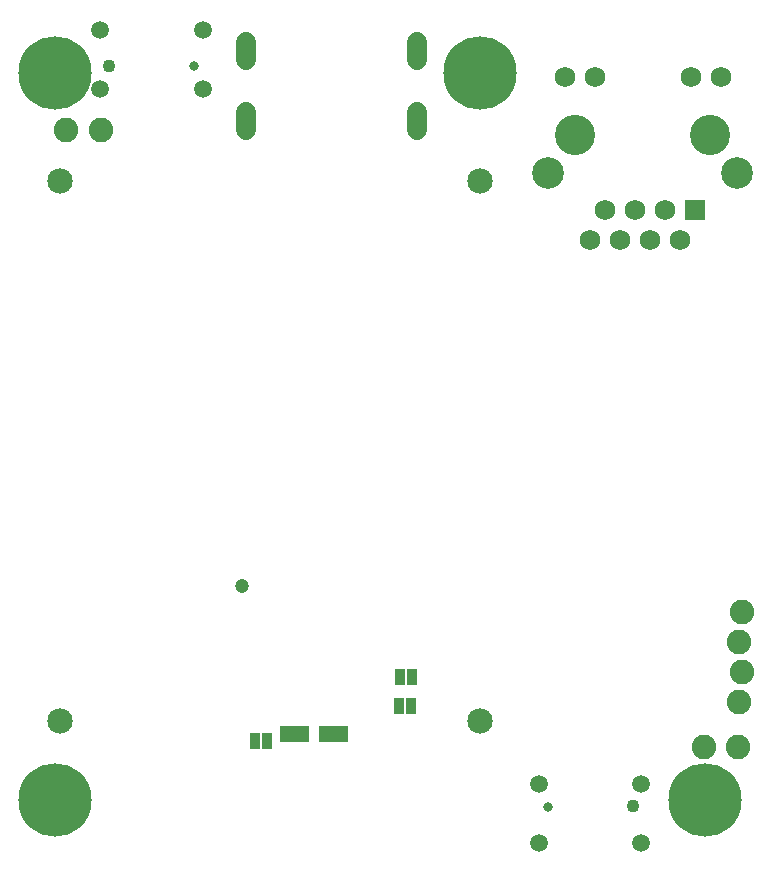
<source format=gbr>
G04 EAGLE Gerber RS-274X export*
G75*
%MOMM*%
%FSLAX34Y34*%
%LPD*%
%INSoldermask Bottom*%
%IPPOS*%
%AMOC8*
5,1,8,0,0,1.08239X$1,22.5*%
G01*
%ADD10C,2.153200*%
%ADD11R,1.727200X1.727200*%
%ADD12C,1.727200*%
%ADD13C,2.679700*%
%ADD14C,3.403600*%
%ADD15C,1.701800*%
%ADD16C,1.103200*%
%ADD17C,1.203200*%
%ADD18R,0.838200X1.473200*%
%ADD19C,1.511200*%
%ADD20C,0.803200*%
%ADD21C,2.082800*%
%ADD22C,6.203200*%


D10*
X405000Y578600D03*
X405000Y121400D03*
X49400Y121400D03*
X49400Y578600D03*
D11*
X587248Y554228D03*
D12*
X574548Y528828D03*
X561848Y554228D03*
X549148Y528828D03*
X536448Y554228D03*
X523748Y528828D03*
X511048Y554228D03*
X498348Y528828D03*
D13*
X622808Y585978D03*
X462788Y585978D03*
D12*
X476758Y666750D03*
X502158Y666750D03*
X608838Y666750D03*
X583438Y666750D03*
D14*
X599948Y617728D03*
X485648Y617728D03*
D15*
X351556Y681603D02*
X351556Y696589D01*
X206556Y696589D02*
X206556Y681603D01*
X206556Y636989D02*
X206556Y622003D01*
X351556Y622003D02*
X351556Y636989D01*
D16*
X351556Y621996D03*
X351556Y636996D03*
X351556Y626496D03*
X351556Y632496D03*
X351556Y681496D03*
X351556Y696496D03*
X351556Y685996D03*
X351556Y691996D03*
X206556Y621996D03*
X206556Y636996D03*
X206556Y626496D03*
X206556Y632496D03*
X206556Y681496D03*
X206556Y685996D03*
X206556Y696496D03*
X206556Y691996D03*
D17*
X203056Y236081D03*
D18*
X224560Y105000D03*
X214400Y105000D03*
D19*
X169900Y656650D03*
X83500Y656650D03*
X83500Y707150D03*
X169900Y707150D03*
D20*
X162700Y676650D03*
D16*
X90700Y676000D03*
D20*
X162700Y676650D03*
D19*
X454800Y68750D03*
X541200Y68750D03*
X541200Y18250D03*
X454800Y18250D03*
D20*
X462000Y48750D03*
D16*
X534000Y49400D03*
D20*
X462000Y48750D03*
D21*
X623730Y137500D03*
X626270Y162900D03*
X623730Y188300D03*
X626270Y213700D03*
D18*
X336920Y159350D03*
X347080Y159350D03*
X336629Y134061D03*
X346789Y134061D03*
D21*
X623278Y100000D03*
X594322Y100000D03*
D18*
X272372Y110500D03*
X280500Y110500D03*
X288628Y110500D03*
X256128Y110500D03*
X248000Y110500D03*
X239872Y110500D03*
D21*
X83528Y621750D03*
X54572Y621750D03*
D22*
X45000Y670000D03*
X595000Y55000D03*
X45000Y55000D03*
X405000Y670000D03*
M02*

</source>
